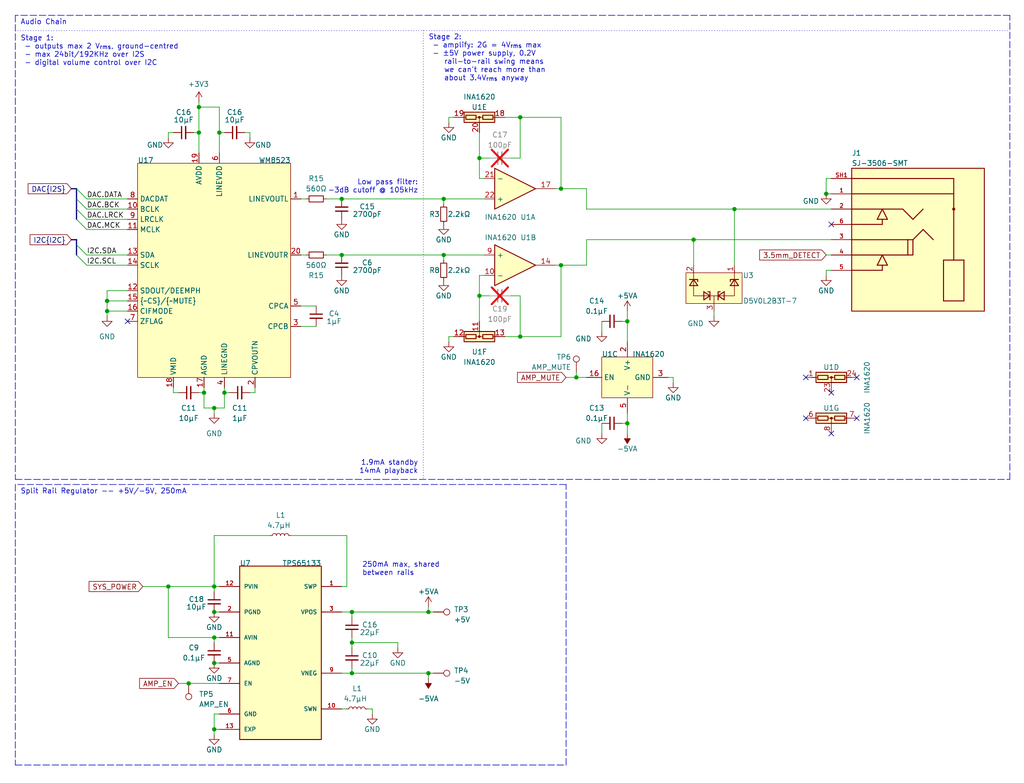
<source format=kicad_sch>
(kicad_sch (version 20231120) (generator "eeschema") (generator_version "8.0")
  (paper "User" 254.991 194.996)
  (title_block (title "TANGARA") (date "2024-06-21") (rev "4") (company "made by jacqueline") (comment 1 "SPDX-License-Identifier: CERN-OHL-S-2.0"))
  (lib_symbols
    (symbol "Connector:TestPoint" (pin_numbers hide) (pin_names (offset 0.762) hide)
      (property "Reference" "TP" (at 0 6.858 0))
      (property "Value" "TestPoint" (at 0 5.08 0))
      (symbol "TestPoint_0_1"
        (circle (center 0 3.302) (radius 0.762))
      )
      (symbol "TestPoint_1_1"
        (pin passive line (at 0 0 90) (length 2.54) (name "1") (number "1"))
      )
    )
    (symbol "Device:C_Small" (pin_numbers hide) (pin_names (offset 0.254) hide)
      (property "Reference" "C" (at 0.254 1.778 0))
      (property "Value" "C_Small" (at 0.254 -2.032 0))
      (symbol "C_Small_0_1"
        (polyline (pts (xy -1.524 -0.508) (xy 1.524 -0.508)) (stroke (width 0.3302)))
        (polyline (pts (xy -1.524 0.508) (xy 1.524 0.508)) (stroke (width 0.3048)))
      )
      (symbol "C_Small_1_1"
        (pin passive line (at 0 2.54 270) (length 2.032) (name "~") (number "1"))
        (pin passive line (at 0 -2.54 90) (length 2.032) (name "~") (number "2"))
      )
    )
    (symbol "Device:L_Small" (pin_numbers hide) (pin_names (offset 0.254) hide)
      (property "Reference" "L" (at 0.762 1.016 0))
      (property "Value" "L_Small" (at 0.762 -1.016 0))
      (symbol "L_Small_0_1"
        (arc (start 0 -2.032) (mid 0.5058 -1.524) (end 0 -1.016))
        (arc (start 0 -1.016) (mid 0.5058 -0.508) (end 0 0))
        (arc (start 0 0) (mid 0.5058 0.508) (end 0 1.016))
        (arc (start 0 1.016) (mid 0.5058 1.524) (end 0 2.032))
      )
      (symbol "L_Small_1_1"
        (pin passive line (at 0 2.54 270) (length 0.508) (name "~") (number "1"))
        (pin passive line (at 0 -2.54 90) (length 0.508) (name "~") (number "2"))
      )
    )
    (symbol "Device:R_Small" (pin_numbers hide) (pin_names (offset 0.254) hide)
      (property "Reference" "R" (at 0.762 0.508 0))
      (property "Value" "R_Small" (at 0.762 -1.016 0))
      (symbol "R_Small_0_1"
        (rectangle (start -0.762 1.778) (end 0.762 -1.778) (stroke (width 0.2032)))
      )
      (symbol "R_Small_1_1"
        (pin passive line (at 0 2.54 270) (length 0.762) (name "~") (number "1"))
        (pin passive line (at 0 -2.54 90) (length 0.762) (name "~") (number "2"))
      )
    )
    (symbol "power:+3V3" (power) (pin_names (offset 0))
      (property "Value" "+3V3" (at 0 3.556 0))
      (symbol "+3V3_0_1"
        (polyline (pts (xy -0.762 1.27) (xy 0 2.54)))
        (polyline (pts (xy 0 0) (xy 0 2.54)))
        (polyline (pts (xy 0 2.54) (xy 0.762 1.27)))
      )
      (symbol "+3V3_1_1"
        (pin power_in line (at 0 0 90) (length 0) hide (name "+3V3") (number "1"))
      )
    )
    (symbol "power:+5VA" (power) (pin_names (offset 0))
      (property "Value" "+5VA" (at 0 3.556 0))
      (symbol "+5VA_0_1"
        (polyline (pts (xy -0.762 1.27) (xy 0 2.54)))
        (polyline (pts (xy 0 0) (xy 0 2.54)))
        (polyline (pts (xy 0 2.54) (xy 0.762 1.27)))
      )
      (symbol "+5VA_1_1"
        (pin power_in line (at 0 0 90) (length 0) hide (name "+5VA") (number "1"))
      )
    )
    (symbol "power:-5VA" (power) (pin_names (offset 0))
      (property "Value" "-5VA" (at 0 3.81 0))
      (symbol "-5VA_0_0"
        (pin power_in line (at 0 0 90) (length 0) hide (name "-5VA") (number "1"))
      )
      (symbol "-5VA_0_1"
        (polyline (pts (xy 0 0) (xy 0 1.27) (xy 0.762 1.27) (xy 0 2.54) (xy -0.762 1.27) (xy 0 1.27)) (fill (type outline)))
      )
    )
    (symbol "power:GND" (power) (pin_names (offset 0))
      (property "Value" "GND" (at 0 -3.81 0))
      (symbol "GND_0_1"
        (polyline (pts (xy 0 0) (xy 0 -1.27) (xy 1.27 -1.27) (xy 0 -2.54) (xy -1.27 -1.27) (xy 0 -1.27)))
      )
      (symbol "GND_1_1"
        (pin power_in line (at 0 0 270) (length 0) hide (name "GND") (number "1"))
      )
    )
    (symbol "symbols:D5V0L2B3T-7"
      (property "Reference" "U" (at -0.635 4.445 0))
      (symbol "D5V0L2B3T-7_0_1"
        (polyline (pts (xy 0 -4.445) (xy 0 -2.54)))
        (polyline (pts (xy -5.08 3.81) (xy -5.08 -2.54) (xy 0 -2.54)))
        (polyline (pts (xy -4.064 1.016) (xy -4.064 1.524) (xy -6.096 1.524)) (stroke (width 0.254)))
        (polyline (pts (xy -1.524 -1.524) (xy -1.016 -1.524) (xy -1.016 -3.556)) (stroke (width 0.254)))
        (polyline (pts (xy 1.524 -1.524) (xy 1.016 -1.524) (xy 1.016 -3.556)) (stroke (width 0.254)))
        (polyline (pts (xy 4.064 1.016) (xy 4.064 1.524) (xy 6.096 1.524)) (stroke (width 0.254)))
        (polyline (pts (xy 5.08 3.81) (xy 5.08 -2.54) (xy 0 -2.54)))
        (polyline (pts (xy -4.064 0) (xy -5.08 1.524) (xy -6.096 0) (xy -4.064 0)) (stroke (width 0.254)))
        (polyline (pts (xy -2.54 -1.524) (xy -1.016 -2.54) (xy -2.54 -3.556) (xy -2.54 -1.524)) (stroke (width 0.254)))
        (polyline (pts (xy 2.54 -1.524) (xy 1.016 -2.54) (xy 2.54 -3.556) (xy 2.54 -1.524)) (stroke (width 0.254)))
        (polyline (pts (xy 4.064 0) (xy 5.08 1.524) (xy 6.096 0) (xy 4.064 0)) (stroke (width 0.254)))
      )
      (symbol "D5V0L2B3T-7_1_1"
        (rectangle (start -6.985 3.175) (end 6.985 -4.445) (fill (type background)))
        (pin passive line (at -5.08 5.08 270) (length 1.778) (name "") (number "1"))
        (pin passive line (at 5.08 5.08 270) (length 1.778) (name "") (number "2"))
        (pin passive line (at 0 -6.35 90) (length 1.778) (name "") (number "3"))
      )
    )
    (symbol "symbols:INA1620"
      (property "Reference" "U" (at -3.81 7.62 0))
      (symbol "INA1620_1_1"
        (polyline (pts (xy 6.35 0) (xy -3.81 5.08) (xy -3.81 -5.08) (xy 6.35 0)) (stroke (width 0.254)) (fill (type background)))
        (pin output line (at 11.43 0 180) (length 5.08) (name "") (number "17"))
        (pin input line (at -6.35 -2.54 0) (length 2.54) (name "-") (number "21"))
        (pin input line (at -6.35 2.54 0) (length 2.54) (name "+") (number "22"))
      )
      (symbol "INA1620_2_1"
        (polyline (pts (xy 6.35 0) (xy -3.81 5.08) (xy -3.81 -5.08) (xy 6.35 0)) (stroke (width 0.254)) (fill (type background)))
        (pin input line (at -6.35 -2.54 0) (length 2.54) (name "-") (number "10"))
        (pin output line (at 11.43 0 180) (length 5.08) (name "") (number "14"))
        (pin input line (at -6.35 2.54 0) (length 2.54) (name "+") (number "9"))
      )
      (symbol "INA1620_3_1"
        (rectangle (start -6.35 5.08) (end 6.35 -5.08) (fill (type background)))
        (pin no_connect line (at -6.35 1.27 0) (length 3.81) hide (name "NC") (number "15"))
        (pin power_in line (at -10.16 0 0) (length 3.81) (name "EN") (number "16"))
        (pin power_in line (at 0 8.89 270) (length 3.81) (name "V+") (number "2"))
        (pin power_in line (at 0 -8.89 90) (length 3.81) hide (name "EP") (number "25"))
        (pin power_in line (at 10.16 0 180) (length 3.81) (name "GND") (number "3"))
        (pin no_connect line (at -6.35 -1.27 0) (length 3.81) hide (name "NC") (number "4"))
        (pin power_in line (at 0 -8.89 90) (length 3.81) (name "V-") (number "5"))
      )
      (symbol "INA1620_4_1"
        (rectangle (start -1.27 3.81) (end 1.27 -3.81) (stroke (width 0.254)) (fill (type background)))
        (rectangle (start -0.508 -0.8382) (end 0.508 -3.3782) (stroke (width 0.254)))
        (rectangle (start -0.508 3.3782) (end 0.508 0.8382) (stroke (width 0.254)))
        (polyline (pts (xy 0 -5.08) (xy 0 -3.429)))
        (polyline (pts (xy 0 0.889) (xy 0 -0.889)))
        (polyline (pts (xy 0 5.08) (xy 0 3.3782)))
        (polyline (pts (xy 1.27 0) (xy 0 0)))
        (circle (center 0 0.0254) (radius 0.254) (fill (type outline)))
        (pin passive line (at 0 -6.35 90) (length 2.54) (name "~") (number "1"))
        (pin passive line (at 3.81 0 180) (length 2.54) (name "~") (number "23"))
        (pin passive line (at 0 6.35 270) (length 2.54) (name "") (number "24"))
      )
      (symbol "INA1620_5_1"
        (rectangle (start -1.27 3.81) (end 1.27 -3.81) (stroke (width 0.254)) (fill (type background)))
        (rectangle (start -0.508 -0.8382) (end 0.508 -3.3782) (stroke (width 0.254)))
        (rectangle (start -0.508 3.3782) (end 0.508 0.8382) (stroke (width 0.254)))
        (polyline (pts (xy 0 -5.08) (xy 0 -3.429)))
        (polyline (pts (xy 0 0.889) (xy 0 -0.889)))
        (polyline (pts (xy 0 5.08) (xy 0 3.3782)))
        (polyline (pts (xy 1.27 0) (xy 0 0)))
        (circle (center 0 0.0254) (radius 0.254) (fill (type outline)))
        (pin passive line (at 0 -6.35 90) (length 2.54) (name "~") (number "18"))
        (pin passive line (at 0 6.35 270) (length 2.54) (name "~") (number "19"))
        (pin passive line (at 3.81 0 180) (length 2.54) (name "~") (number "20"))
      )
      (symbol "INA1620_6_1"
        (rectangle (start -1.27 3.81) (end 1.27 -3.81) (stroke (width 0.254)) (fill (type background)))
        (rectangle (start -0.508 -0.8382) (end 0.508 -3.3782) (stroke (width 0.254)))
        (rectangle (start -0.508 3.3782) (end 0.508 0.8382) (stroke (width 0.254)))
        (polyline (pts (xy 0 -5.08) (xy 0 -3.429)))
        (polyline (pts (xy 0 0.889) (xy 0 -0.889)))
        (polyline (pts (xy 0 5.08) (xy 0 3.3782)))
        (polyline (pts (xy 1.27 0) (xy 0 0)))
        (circle (center 0 0.0254) (radius 0.254) (fill (type outline)))
        (pin passive line (at 3.81 0 180) (length 2.54) (name "~") (number "11"))
        (pin passive line (at 0 6.35 270) (length 2.54) (name "~") (number "12"))
        (pin passive line (at 0 -6.35 90) (length 2.54) (name "~") (number "13"))
      )
      (symbol "INA1620_7_1"
        (rectangle (start -1.27 3.81) (end 1.27 -3.81) (stroke (width 0.254)) (fill (type background)))
        (rectangle (start -0.508 -0.8382) (end 0.508 -3.3782) (stroke (width 0.254)))
        (rectangle (start -0.508 3.3782) (end 0.508 0.8382) (stroke (width 0.254)))
        (polyline (pts (xy 0 -5.08) (xy 0 -3.429)))
        (polyline (pts (xy 0 0.889) (xy 0 -0.889)))
        (polyline (pts (xy 0 5.08) (xy 0 3.3782)))
        (polyline (pts (xy 1.27 0) (xy 0 0)))
        (circle (center 0 0.0254) (radius 0.254) (fill (type outline)))
        (pin passive line (at 0 -6.35 90) (length 2.54) (name "~") (number "6"))
        (pin passive line (at 0 6.35 270) (length 2.54) (name "~") (number "7"))
        (pin passive line (at 3.81 0 180) (length 2.54) (name "~") (number "8"))
      )
    )
    (symbol "symbols:SJ-3506-SMT" (pin_names (offset 1.016))
      (property "Reference" "J" (at -17.783 17.7838 0))
      (property "Value" "SJ-3506-SMT" (at -17.7835 -25.4051 0))
      (symbol "SJ-3506-SMT_0_0"
        (rectangle (start -17.78 17.78) (end 15.24 -17.78) (stroke (width 0.254)) (fill (type background)))
        (circle (center -10.16 7.62) (radius 0.254) (stroke (width 0.254)))
        (polyline (pts (xy -12.7 -15.24) (xy -7.62 -15.24)) (stroke (width 0.254)))
        (polyline (pts (xy -12.7 -5.08) (xy -12.7 -15.24)) (stroke (width 0.254)))
        (polyline (pts (xy -10.16 -5.08) (xy -12.7 -5.08)) (stroke (width 0.254)))
        (polyline (pts (xy -10.16 -5.08) (xy -10.16 7.62)) (stroke (width 0.254)))
        (polyline (pts (xy -10.16 7.62) (xy -10.16 15.24)) (stroke (width 0.254)))
        (polyline (pts (xy -10.16 11.43) (xy 15.24 11.43)) (stroke (width 0.254)))
        (polyline (pts (xy -10.16 15.24) (xy 15.24 15.24)) (stroke (width 0.254)))
        (polyline (pts (xy -7.62 -15.24) (xy -7.62 -5.08)) (stroke (width 0.254)))
        (polyline (pts (xy -7.62 -5.08) (xy -10.16 -5.08)) (stroke (width 0.254)))
        (polyline (pts (xy -5.08 0) (xy -2.54 2.54)) (stroke (width 0.254)))
        (polyline (pts (xy -2.54 2.54) (xy 0 0)) (stroke (width 0.254)))
        (polyline (pts (xy -2.54 7.62) (xy 0 5.08)) (stroke (width 0.254)))
        (polyline (pts (xy 0 -3.81) (xy 1.27 -3.81)) (stroke (width 0.254)))
        (polyline (pts (xy 0 0) (xy 0 -3.81)) (stroke (width 0.254)))
        (polyline (pts (xy 0 0) (xy 1.27 0)) (stroke (width 0.254)))
        (polyline (pts (xy 0 5.08) (xy 2.54 7.62)) (stroke (width 0.254)))
        (polyline (pts (xy 1.27 -3.81) (xy 15.24 -3.81)) (stroke (width 0.254)))
        (polyline (pts (xy 1.27 0) (xy 1.27 -3.81)) (stroke (width 0.254)))
        (polyline (pts (xy 1.27 0) (xy 15.24 0)) (stroke (width 0.254)))
        (polyline (pts (xy 2.54 7.62) (xy 7.62 7.62)) (stroke (width 0.254)))
        (polyline (pts (xy 6.35 -6.35) (xy 8.89 -6.35)) (stroke (width 0.254)))
        (polyline (pts (xy 6.35 5.08) (xy 8.89 5.08)) (stroke (width 0.254)))
        (polyline (pts (xy 7.62 -7.62) (xy 7.62 -6.35)) (stroke (width 0.254)))
        (polyline (pts (xy 7.62 -7.62) (xy 15.24 -7.62)) (stroke (width 0.254)))
        (polyline (pts (xy 7.62 -3.81) (xy 6.35 -6.35)) (stroke (width 0.254)))
        (polyline (pts (xy 7.62 3.81) (xy 15.24 3.81)) (stroke (width 0.254)))
        (polyline (pts (xy 7.62 5.08) (xy 7.62 3.81)) (stroke (width 0.254)))
        (polyline (pts (xy 7.62 7.62) (xy 6.35 5.08)) (stroke (width 0.254)))
        (polyline (pts (xy 7.62 7.62) (xy 15.24 7.62)) (stroke (width 0.254)))
        (polyline (pts (xy 8.89 -6.35) (xy 7.62 -3.81)) (stroke (width 0.254)))
        (polyline (pts (xy 8.89 5.08) (xy 7.62 7.62)) (stroke (width 0.254)))
        (pin passive line (at 20.32 11.43 180) (length 5.08) (name "~") (number "1"))
        (pin passive line (at 20.32 7.62 180) (length 5.08) (name "~") (number "2"))
        (pin passive line (at 20.32 0 180) (length 5.08) (name "~") (number "3"))
        (pin passive line (at 20.32 -3.81 180) (length 5.08) (name "~") (number "4"))
        (pin passive line (at 20.32 -7.62 180) (length 5.08) (name "~") (number "5"))
        (pin passive line (at 20.32 3.81 180) (length 5.08) (name "~") (number "6"))
        (pin passive line (at 20.32 15.24 180) (length 5.08) (name "~") (number "SH1"))
        (pin passive line (at 20.32 15.24 180) (length 5.08) hide (name "~") (number "SH2"))
      )
    )
    (symbol "symbols:TPS65135RTER" (pin_names (offset 1.016))
      (property "Reference" "U" (at -10.16 23.622 0))
      (property "Value" "TPS65135RTER" (at -10.16 -22.86 0))
      (symbol "TPS65135RTER_0_0"
        (rectangle (start -10.16 22.86) (end 10.16 -20.32) (stroke (width 0.254)) (fill (type background)))
        (pin bidirectional line (at 15.24 17.78 180) (length 5.08) (name "SWP") (number "1"))
        (pin bidirectional line (at 15.24 -12.7 180) (length 5.08) (name "SWN") (number "10"))
        (pin bidirectional line (at -15.24 5.08 0) (length 5.08) (name "AVIN") (number "11"))
        (pin bidirectional line (at -15.24 17.78 0) (length 5.08) (name "PVIN") (number "12"))
        (pin power_in line (at -15.24 -17.78 0) (length 5.08) (name "EXP") (number "13"))
        (pin power_in line (at -15.24 11.43 0) (length 5.08) (name "PGND") (number "2"))
        (pin output line (at 15.24 11.43 180) (length 5.08) (name "VPOS") (number "3"))
        (pin power_in line (at -15.24 -13.97 0) (length 5.08) hide (name "GND") (number "4"))
        (pin input line (at -15.24 -1.27 0) (length 5.08) (name "AGND") (number "5"))
        (pin power_in line (at -15.24 -13.97 0) (length 5.08) (name "GND") (number "6"))
        (pin input line (at -15.24 -6.35 0) (length 5.08) (name "EN") (number "7"))
        (pin output line (at -15.24 -13.97 0) (length 5.08) hide (name "GND") (number "8"))
        (pin output line (at 15.24 -3.81 180) (length 5.08) (name "VNEG") (number "9"))
      )
    )
    (symbol "symbols:WM8523"
      (property "Reference" "U" (at -3.81 5.08 0))
      (symbol "WM8523_0_0"
        (pin output line (at 21.59 16.51 180) (length 2.54) (name "LINEVOUTL") (number "1"))
        (pin output line (at -21.59 13.97 0) (length 2.54) (name "BCLK") (number "10"))
        (pin output line (at -21.59 8.89 0) (length 2.54) (name "MCLK") (number "11"))
        (pin output line (at -21.59 -6.35 0) (length 2.54) (name "SDOUT/DEEMPH") (number "12"))
        (pin output line (at -21.59 2.54 0) (length 2.54) (name "SDA") (number "13"))
        (pin output line (at -21.59 0 0) (length 2.54) (name "SCLK") (number "14"))
        (pin output line (at -21.59 -8.89 0) (length 2.54) (name "{~CS}/{~MUTE}") (number "15"))
        (pin output line (at -21.59 -11.43 0) (length 2.54) (name "CIFMODE") (number "16"))
        (pin output line (at -2.54 -30.48 90) (length 2.54) (name "AGND") (number "17"))
        (pin output line (at -10.16 -30.48 90) (length 2.54) (name "VMID") (number "18"))
        (pin output line (at -3.81 27.94 270) (length 2.54) (name "AVDD") (number "19"))
        (pin output line (at 10.16 -30.48 90) (length 2.54) (name "CPVOUTN") (number "2"))
        (pin output line (at 21.59 2.54 180) (length 2.54) (name "LINEVOUTR") (number "20"))
        (pin output line (at 21.59 -15.24 180) (length 2.54) (name "CPCB") (number "3"))
        (pin output line (at 2.54 -30.48 90) (length 2.54) (name "LINEGND") (number "4"))
        (pin output line (at 21.59 -10.16 180) (length 2.54) (name "CPCA") (number "5"))
        (pin output line (at 1.27 27.94 270) (length 2.54) (name "LINEVDD") (number "6"))
        (pin output line (at -21.59 -13.97 0) (length 2.54) (name "ZFLAG") (number "7"))
        (pin output line (at -21.59 16.51 0) (length 2.54) (name "DACDAT") (number "8"))
        (pin output line (at -21.59 11.43 0) (length 2.54) (name "LRCLK") (number "9"))
      )
      (symbol "WM8523_0_1"
        (rectangle (start -19.05 25.4) (end 19.05 -27.94) (fill (type background)))
      )
    )
  )
  (junction (at 106.68 167.64))
  (junction (at 110.49 63.5))
  (junction (at 49.53 26.67))
  (junction (at 139.7 66.04))
  (junction (at 26.67 74.93))
  (junction (at 55.88 97.79))
  (junction (at 41.91 146.05))
  (junction (at 53.34 181.61))
  (junction (at 85.09 49.53))
  (junction (at 110.49 49.53))
  (junction (at 172.72 59.69))
  (junction (at 87.63 167.64))
  (junction (at 53.34 165.1))
  (junction (at 53.34 152.4))
  (junction (at 156.21 80.01))
  (junction (at 85.09 63.5))
  (junction (at 53.34 158.75))
  (junction (at 156.21 105.41))
  (junction (at 54.61 33.02))
  (junction (at 106.68 152.4))
  (junction (at 46.99 170.18))
  (junction (at 49.53 33.02))
  (junction (at 143.51 93.98))
  (junction (at 87.63 152.4))
  (junction (at 87.63 160.02))
  (junction (at 53.34 101.6))
  (junction (at 53.34 146.05))
  (junction (at 50.8 97.79))
  (junction (at 139.7 46.99))
  (junction (at 129.54 83.82))
  (junction (at 129.54 29.21))
  (junction (at 119.38 73.66))
  (junction (at 182.88 52.07))
  (junction (at 119.38 39.37))
  (junction (at 26.67 77.47))
  (junction (at 205.74 48.26))
  (no_connect (at 213.36 93.98))
  (no_connect (at 31.75 80.01))
  (no_connect (at 200.66 93.98))
  (no_connect (at 213.36 104.14))
  (no_connect (at 200.66 104.14))
  (no_connect (at 207.01 55.88))
  (no_connect (at 207.01 107.95))
  (no_connect (at 207.01 97.79))
  (bus_entry (at 19.05 46.99) (size 2.54 2.54))
  (bus_entry (at 19.05 54.61) (size 2.54 2.54))
  (bus_entry (at 21.59 66.04) (size -2.54 -2.54))
  (bus_entry (at 19.05 52.07) (size 2.54 2.54))
  (bus_entry (at 19.05 49.53) (size 2.54 2.54))
  (bus_entry (at 21.59 63.5) (size -2.54 -2.54))
  (wire (pts (xy 85.09 146.05) (xy 86.36 146.05)))
  (polyline (pts (xy 3.81 7.62) (xy 251.46 7.62)) (stroke (width 0) (type dot)))
  (bus (pts (xy 19.05 49.53) (xy 19.05 52.07)))
  (wire (pts (xy 139.7 83.82) (xy 139.7 66.04)))
  (wire (pts (xy 49.53 26.67) (xy 49.53 33.02)))
  (wire (pts (xy 63.5 97.79) (xy 62.23 97.79)))
  (polyline (pts (xy 251.46 3.81) (xy 3.81 3.81)) (stroke (width 0) (type dash)))
  (polyline (pts (xy 251.46 119.38) (xy 251.46 3.81)) (stroke (width 0) (type dash)))
  (wire (pts (xy 138.43 66.04) (xy 139.7 66.04)))
  (wire (pts (xy 138.43 46.99) (xy 139.7 46.99)))
  (wire (pts (xy 119.38 33.02) (xy 119.38 39.37)))
  (wire (pts (xy 110.49 63.5) (xy 110.49 64.77)))
  (wire (pts (xy 74.93 76.2) (xy 78.74 76.2)))
  (wire (pts (xy 119.38 73.66) (xy 119.38 80.01)))
  (polyline (pts (xy 105.41 7.62) (xy 105.41 119.38)) (stroke (width 0) (type dot)))
  (wire (pts (xy 21.59 63.5) (xy 31.75 63.5)))
  (wire (pts (xy 53.34 133.35) (xy 67.31 133.35)))
  (wire (pts (xy 86.36 176.53) (xy 85.09 176.53)))
  (wire (pts (xy 43.18 97.79) (xy 44.45 97.79)))
  (wire (pts (xy 74.93 49.53) (xy 76.2 49.53)))
  (wire (pts (xy 129.54 73.66) (xy 129.54 83.82)))
  (wire (pts (xy 167.64 93.98) (xy 166.37 93.98)))
  (wire (pts (xy 54.61 26.67) (xy 49.53 26.67)))
  (wire (pts (xy 41.91 158.75) (xy 41.91 146.05)))
  (wire (pts (xy 143.51 93.98) (xy 146.05 93.98)))
  (wire (pts (xy 205.74 63.5) (xy 207.01 63.5)))
  (wire (pts (xy 119.38 68.58) (xy 120.65 68.58)))
  (wire (pts (xy 205.74 44.45) (xy 205.74 48.26)))
  (wire (pts (xy 26.67 74.93) (xy 26.67 77.47)))
  (wire (pts (xy 156.21 102.87) (xy 156.21 105.41)))
  (wire (pts (xy 31.75 72.39) (xy 26.67 72.39)))
  (wire (pts (xy 146.05 46.99) (xy 139.7 46.99)))
  (wire (pts (xy 43.18 96.52) (xy 43.18 97.79)))
  (wire (pts (xy 92.71 176.53) (xy 92.71 177.8)))
  (wire (pts (xy 46.99 170.18) (xy 54.61 170.18)))
  (wire (pts (xy 53.34 147.32) (xy 53.34 146.05)))
  (wire (pts (xy 49.53 33.02) (xy 49.53 38.1)))
  (wire (pts (xy 127 39.37) (xy 129.54 39.37)))
  (wire (pts (xy 86.36 146.05) (xy 86.36 133.35)))
  (wire (pts (xy 21.59 49.53) (xy 31.75 49.53)))
  (wire (pts (xy 87.63 152.4) (xy 87.63 153.67)))
  (polyline (pts (xy 140.97 120.65) (xy 3.81 120.65)) (stroke (width 0) (type dash)))
  (wire (pts (xy 53.34 182.88) (xy 53.34 181.61)))
  (wire (pts (xy 119.38 39.37) (xy 121.92 39.37)))
  (wire (pts (xy 106.68 167.64) (xy 87.63 167.64)))
  (wire (pts (xy 49.53 25.4) (xy 49.53 26.67)))
  (wire (pts (xy 139.7 66.04) (xy 146.05 66.04)))
  (bus (pts (xy 17.78 59.69) (xy 19.05 59.69)))
  (wire (pts (xy 50.8 97.79) (xy 49.53 97.79)))
  (wire (pts (xy 119.38 39.37) (xy 119.38 44.45)))
  (wire (pts (xy 53.34 146.05) (xy 53.34 133.35)))
  (wire (pts (xy 154.94 105.41) (xy 156.21 105.41)))
  (wire (pts (xy 43.18 33.02) (xy 41.91 33.02)))
  (wire (pts (xy 113.03 83.82) (xy 111.76 83.82)))
  (wire (pts (xy 50.8 101.6) (xy 50.8 97.79)))
  (wire (pts (xy 62.23 33.02) (xy 60.96 33.02)))
  (wire (pts (xy 55.88 101.6) (xy 53.34 101.6)))
  (wire (pts (xy 87.63 160.02) (xy 87.63 161.29)))
  (wire (pts (xy 106.68 151.13) (xy 106.68 152.4)))
  (wire (pts (xy 50.8 96.52) (xy 50.8 97.79)))
  (wire (pts (xy 177.8 77.47) (xy 177.8 78.74)))
  (wire (pts (xy 55.88 97.79) (xy 57.15 97.79)))
  (wire (pts (xy 125.73 29.21) (xy 129.54 29.21)))
  (wire (pts (xy 62.23 34.29) (xy 62.23 33.02)))
  (wire (pts (xy 87.63 152.4) (xy 106.68 152.4)))
  (wire (pts (xy 55.88 97.79) (xy 55.88 101.6)))
  (wire (pts (xy 172.72 59.69) (xy 207.01 59.69)))
  (wire (pts (xy 85.09 152.4) (xy 87.63 152.4)))
  (wire (pts (xy 21.59 66.04) (xy 31.75 66.04)))
  (wire (pts (xy 140.97 93.98) (xy 143.51 93.98)))
  (wire (pts (xy 205.74 67.31) (xy 207.01 67.31)))
  (wire (pts (xy 129.54 83.82) (xy 139.7 83.82)))
  (wire (pts (xy 53.34 181.61) (xy 54.61 181.61)))
  (wire (pts (xy 53.34 101.6) (xy 50.8 101.6)))
  (wire (pts (xy 143.51 92.71) (xy 143.51 93.98)))
  (wire (pts (xy 182.88 52.07) (xy 182.88 66.04)))
  (wire (pts (xy 87.63 158.75) (xy 87.63 160.02)))
  (wire (pts (xy 182.88 52.07) (xy 207.01 52.07)))
  (wire (pts (xy 35.56 146.05) (xy 41.91 146.05)))
  (polyline (pts (xy 3.81 3.81) (xy 3.81 119.38)) (stroke (width 0) (type dash)))
  (wire (pts (xy 205.74 67.31) (xy 205.74 68.58)))
  (wire (pts (xy 146.05 52.07) (xy 146.05 46.99)))
  (bus (pts (xy 17.78 46.99) (xy 19.05 46.99)))
  (polyline (pts (xy 140.97 190.5) (xy 140.97 120.65)) (stroke (width 0) (type dash)))
  (wire (pts (xy 207.01 48.26) (xy 205.74 48.26)))
  (wire (pts (xy 172.72 59.69) (xy 172.72 66.04)))
  (wire (pts (xy 21.59 57.15) (xy 31.75 57.15)))
  (wire (pts (xy 154.94 80.01) (xy 156.21 80.01)))
  (wire (pts (xy 110.49 49.53) (xy 110.49 50.8)))
  (wire (pts (xy 53.34 101.6) (xy 53.34 102.87)))
  (wire (pts (xy 55.88 96.52) (xy 55.88 97.79)))
  (bus (pts (xy 19.05 52.07) (xy 19.05 54.61)))
  (wire (pts (xy 41.91 33.02) (xy 41.91 34.29)))
  (wire (pts (xy 127 73.66) (xy 129.54 73.66)))
  (bus (pts (xy 19.05 60.96) (xy 19.05 63.5)))
  (wire (pts (xy 85.09 49.53) (xy 110.49 49.53)))
  (wire (pts (xy 54.61 33.02) (xy 54.61 38.1)))
  (wire (pts (xy 99.06 160.02) (xy 87.63 160.02)))
  (wire (pts (xy 21.59 52.07) (xy 31.75 52.07)))
  (polyline (pts (xy 3.81 120.65) (xy 3.81 190.5)) (stroke (width 0) (type dash)))
  (wire (pts (xy 44.45 170.18) (xy 46.99 170.18)))
  (wire (pts (xy 85.09 167.64) (xy 87.63 167.64)))
  (wire (pts (xy 119.38 73.66) (xy 121.92 73.66)))
  (wire (pts (xy 110.49 49.53) (xy 120.65 49.53)))
  (polyline (pts (xy 3.81 190.5) (xy 140.97 190.5)) (stroke (width 0) (type dash)))
  (wire (pts (xy 167.64 95.25) (xy 167.64 93.98)))
  (wire (pts (xy 53.34 165.1) (xy 54.61 165.1)))
  (wire (pts (xy 110.49 63.5) (xy 120.65 63.5)))
  (wire (pts (xy 53.34 158.75) (xy 54.61 158.75)))
  (wire (pts (xy 53.34 152.4) (xy 54.61 152.4)))
  (wire (pts (xy 85.09 63.5) (xy 110.49 63.5)))
  (wire (pts (xy 63.5 96.52) (xy 63.5 97.79)))
  (wire (pts (xy 106.68 168.91) (xy 106.68 167.64)))
  (wire (pts (xy 86.36 133.35) (xy 72.39 133.35)))
  (wire (pts (xy 111.76 29.21) (xy 111.76 30.48)))
  (wire (pts (xy 53.34 146.05) (xy 54.61 146.05)))
  (wire (pts (xy 87.63 166.37) (xy 87.63 167.64)))
  (wire (pts (xy 146.05 52.07) (xy 182.88 52.07)))
  (wire (pts (xy 81.28 63.5) (xy 85.09 63.5)))
  (wire (pts (xy 129.54 29.21) (xy 139.7 29.21)))
  (wire (pts (xy 26.67 77.47) (xy 26.67 78.74)))
  (wire (pts (xy 81.28 49.53) (xy 85.09 49.53)))
  (wire (pts (xy 146.05 59.69) (xy 146.05 66.04)))
  (wire (pts (xy 113.03 29.21) (xy 111.76 29.21)))
  (bus (pts (xy 19.05 46.99) (xy 19.05 49.53)))
  (wire (pts (xy 91.44 176.53) (xy 92.71 176.53)))
  (wire (pts (xy 31.75 77.47) (xy 26.67 77.47)))
  (wire (pts (xy 119.38 73.66) (xy 119.38 68.58)))
  (wire (pts (xy 129.54 29.21) (xy 129.54 39.37)))
  (wire (pts (xy 106.68 152.4) (xy 107.95 152.4)))
  (wire (pts (xy 53.34 158.75) (xy 41.91 158.75)))
  (wire (pts (xy 156.21 77.47) (xy 156.21 80.01)))
  (wire (pts (xy 41.91 146.05) (xy 53.34 146.05)))
  (wire (pts (xy 99.06 161.29) (xy 99.06 160.02)))
  (wire (pts (xy 55.88 33.02) (xy 54.61 33.02)))
  (wire (pts (xy 54.61 177.8) (xy 53.34 177.8)))
  (wire (pts (xy 53.34 160.02) (xy 53.34 158.75)))
  (wire (pts (xy 111.76 83.82) (xy 111.76 85.09)))
  (wire (pts (xy 156.21 80.01) (xy 156.21 85.09)))
  (wire (pts (xy 120.65 44.45) (xy 119.38 44.45)))
  (wire (pts (xy 74.93 63.5) (xy 76.2 63.5)))
  (wire (pts (xy 146.05 59.69) (xy 172.72 59.69)))
  (wire (pts (xy 139.7 29.21) (xy 139.7 46.99)))
  (wire (pts (xy 125.73 83.82) (xy 129.54 83.82)))
  (wire (pts (xy 74.93 81.28) (xy 78.74 81.28)))
  (wire (pts (xy 48.26 33.02) (xy 49.53 33.02)))
  (wire (pts (xy 31.75 74.93) (xy 26.67 74.93)))
  (wire (pts (xy 106.68 167.64) (xy 107.95 167.64)))
  (wire (pts (xy 205.74 44.45) (xy 207.01 44.45)))
  (wire (pts (xy 21.59 54.61) (xy 31.75 54.61)))
  (wire (pts (xy 149.86 80.01) (xy 149.86 82.55)))
  (wire (pts (xy 156.21 105.41) (xy 156.21 107.95)))
  (wire (pts (xy 26.67 72.39) (xy 26.67 74.93)))
  (polyline (pts (xy 3.81 119.38) (xy 251.46 119.38)) (stroke (width 0) (type dash)))
  (wire (pts (xy 54.61 33.02) (xy 54.61 26.67)))
  (wire (pts (xy 53.34 177.8) (xy 53.34 181.61)))
  (bus (pts (xy 19.05 59.69) (xy 19.05 60.96)))
  (wire (pts (xy 149.86 107.95) (xy 149.86 105.41)))
  (text "Low pass filter:\n-3dB cutoff @ 105kHz" (at 104.14 48.26 0) (effects (font (size 1.27 1.27)) (justify right bottom)))
  (text "Stage 2:\n - amplify: 2G = 4V_{rms} max\n - ±5V power supply, 0.2V\n    rail-to-rail swing means\n    we can't reach more than\n    about 3.4V_{rms} anyway" (at 106.68 20.32 0) (effects (font (size 1.27 1.27)) (justify left bottom)))
  (text "1.9mA standby\n14mA playback" (at 104.14 118.11 0) (effects (font (size 1.27 1.27)) (justify right bottom)))
  (text "Audio Chain\n" (at 5.08 6.35 0) (effects (font (size 1.27 1.27)) (justify left bottom)))
  (text "Stage 1:\n - outputs max 2 V_{rms}, ground-centred\n - max 24bit/192KHz over I2S\n - digital volume control over I2C" (at 5.08 16.51 0) (effects (font (size 1.27 1.27)) (justify left bottom)))
  (text "250mA max, shared\nbetween rails" (at 90.17 143.51 0) (effects (font (size 1.27 1.27)) (justify left bottom)))
  (text "Split Rail Regulator -- +5V/-5V, 250mA" (at 5.08 123.19 0) (effects (font (size 1.27 1.27)) (justify left bottom)))
  (label "I2C.SDA" (at 21.59 63.5 0))
  (label "DAC.MCK" (at 21.59 57.15 0))
  (label "DAC.LRCK" (at 21.59 54.61 0))
  (label "DAC.DATA" (at 21.59 49.53 0))
  (label "DAC.BCK" (at 21.59 52.07 0))
  (label "I2C.SCL" (at 21.59 66.04 0))
  (global_label "3.5mm_DETECT" (shape input) (at 205.74 63.5 180) (property "Intersheetrefs" "${INTERSHEET_REFS}" (effects (hide yes))))
  (global_label "AMP_EN" (shape input) (at 44.45 170.18 180) (property "Intersheetrefs" "${INTERSHEET_REFS}" (effects (hide yes))))
  (global_label "I2C{I2C}" (shape input) (at 17.78 59.69 180) (property "Intersheetrefs" "${INTERSHEET_REFS}" (effects (hide yes))))
  (global_label "DAC{I2S}" (shape input) (at 17.78 46.99 180) (property "Intersheetrefs" "${INTERSHEET_REFS}" (effects (hide yes))))
  (global_label "AMP_MUTE" (shape input) (at 140.97 93.98 180) (property "Intersheetrefs" "${INTERSHEET_REFS}" (effects (hide yes))))
  (global_label "SYS_POWER" (shape input) (at 35.56 146.05 180) (property "Intersheetrefs" "${INTERSHEET_REFS}" (effects (hide yes))))
  (symbol (lib_id "power:GND") (at 53.34 165.1 0) (unit 1)
    (property "Reference" "#PWR015" (effects (hide yes)))
    (property "Value" "GND" (at 53.34 168.91 0))
  )
  (symbol (lib_id "symbols:SJ-3506-SMT") (at 227.33 59.69 0) (mirror y) (unit 1)
    (property "Reference" "J1" (at 212.09 38.1 0) (effects (justify right)))
    (property "Value" "SJ-3506-SMT" (at 212.09 40.64 0) (effects (justify right)))
    (property "Footprint" "footprints:CUI_SJ-3506-SMT" (effects (hide yes)))
    (property "MPN" "SJ-3506-SMT-TR" (effects (hide yes)))
  )
  (symbol (lib_id "power:+3V3") (at 49.53 25.4 0) (unit 1)
    (property "Reference" "#PWR07" (effects (hide yes)))
    (property "Value" "+3V3" (at 52.07 20.955 0) (effects (justify right)))
  )
  (symbol (lib_id "power:GND") (at 167.64 95.25 0) (unit 1)
    (property "Reference" "#PWR038" (effects (hide yes)))
    (property "Value" "GND" (at 167.64 99.06 0))
  )
  (symbol (lib_id "symbols:INA1620") (at 156.21 93.98 0) (unit 3)
    (property "Reference" "U1" (at 149.86 88.9 0) (effects (justify left bottom)))
    (property "Value" "INA1620" (at 157.48 88.9 0) (effects (justify left bottom)))
    (property "Footprint" "Package_DFN_QFN:QFN-24-1EP_4x4mm_P0.5mm_EP2.7x2.7mm_ThermalVias" (effects (hide yes)))
    (property "MPN" "INA1620RTWR" (effects (hide yes)))
  )
  (symbol (lib_id "power:GND") (at 41.91 34.29 0) (unit 1)
    (property "Reference" "#PWR017" (effects (hide yes)))
    (property "Value" "GND" (at 40.64 36.83 0) (effects (justify right bottom)))
  )
  (symbol (lib_id "Device:C_Small") (at 124.46 73.66 90) (mirror x) (unit 1) (dnp yes)
    (property "Reference" "C19" (at 124.46 76.2 90) (effects (justify top)))
    (property "Value" "100pF" (at 124.46 78.74 90) (effects (justify top)))
    (property "Footprint" "Capacitor_SMD:C_0603_1608Metric" (effects (hide yes)))
  )
  (symbol (lib_id "Device:C_Small") (at 85.09 52.07 0) (mirror x) (unit 1)
    (property "Reference" "C15" (at 91.44 51.435 0))
    (property "Value" "2700pF" (at 91.44 53.34 0))
    (property "Footprint" "Capacitor_SMD:C_0603_1608Metric" (effects (hide yes)))
    (property "MPN" "GRM1885C1H272JA01J" (effects (hide yes)))
  )
  (symbol (lib_id "power:+5VA") (at 106.68 151.13 0) (unit 1)
    (property "Reference" "#PWR019" (effects (hide yes)))
    (property "Value" "+5VA" (at 106.68 147.32 0))
  )
  (symbol (lib_id "Device:L_Small") (at 88.9 176.53 270) (mirror x) (unit 1)
    (property "Reference" "L1" (at 90.17 171.45 90) (effects (justify right)))
    (property "Value" "4.7μH" (at 91.44 173.99 90) (effects (justify right)))
    (property "Footprint" "Inductor_SMD:L_1008_2520Metric" (effects (hide yes)))
    (property "MPN" "1239AS-H-4R7M=P2" (effects (hide yes)))
  )
  (symbol (lib_id "Device:C_Small") (at 87.63 163.83 0) (unit 1)
    (property "Reference" "C10" (at 92.075 163.195 0))
    (property "Value" "22μF" (at 92.075 165.1 0))
    (property "Footprint" "Capacitor_SMD:C_1206_3216Metric" (effects (hide yes)))
    (property "MPN" "GRM319R61C226KE15D" (effects (hide yes)))
  )
  (symbol (lib_id "symbols:WM8523") (at 53.34 66.04 0) (unit 1)
    (property "Reference" "U17" (at 34.29 40.64 0) (effects (justify left bottom)))
    (property "Value" "WM8523" (at 72.39 40.64 0) (effects (justify right bottom)))
    (property "Footprint" "Package_SO:SSOP-20_4.4x6.5mm_P0.65mm" (effects (hide yes)))
    (property "MPN" "WM8523GEDT/R" (effects (hide yes)))
  )
  (symbol (lib_id "Device:R_Small") (at 78.74 63.5 90) (mirror x) (unit 1)
    (property "Reference" "R15" (at 78.74 68.58 90))
    (property "Value" "560Ω" (at 78.74 66.04 90))
    (property "Footprint" "Resistor_SMD:R_0805_2012Metric" (effects (hide yes)))
    (property "MPN" "RR1220P-561-D" (effects (hide yes)))
  )
  (symbol (lib_id "power:GND") (at 149.86 82.55 0) (unit 1)
    (property "Reference" "#PWR037" (effects (hide yes)))
    (property "Value" "GND" (at 147.32 85.09 0) (effects (justify right bottom)))
  )
  (symbol (lib_id "Device:C_Small") (at 78.74 78.74 0) (unit 1)
    (property "Reference" "C4" (at 83.185 78.105 0))
    (property "Value" "1μF" (at 83.185 80.01 0))
    (property "Footprint" "Capacitor_SMD:C_0805_2012Metric" (effects (hide yes)))
    (property "MPN" "GRM216R61C105KA88D" (effects (hide yes)))
  )
  (symbol (lib_id "Device:R_Small") (at 110.49 67.31 180) (unit 1)
    (property "Reference" "R8" (at 108.204 67.31 0))
    (property "Value" "2.2kΩ" (at 114.3 67.31 0))
    (property "Footprint" "Resistor_SMD:R_0805_2012Metric" (effects (hide yes)))
    (property "MPN" "RR1220P-222-D" (effects (hide yes)))
  )
  (symbol (lib_id "symbols:TPS65135RTER") (at 69.85 163.83 0) (unit 1)
    (property "Reference" "U7" (at 59.69 140.97 0) (effects (justify left bottom)))
    (property "Value" "TPS65133" (at 80.01 140.97 0) (effects (justify right bottom)))
    (property "Footprint" "footprints:SON40P300X300X80-13N" (effects (hide yes)))
    (property "MPN" "TPS65133DPDR" (effects (hide yes)))
  )
  (symbol (lib_id "power:GND") (at 62.23 34.29 0) (unit 1)
    (property "Reference" "#PWR017" (effects (hide yes)))
    (property "Value" "GND" (at 63.5 36.83 0) (effects (justify left bottom)))
  )
  (symbol (lib_id "power:GND") (at 177.8 78.74 0) (unit 1)
    (property "Reference" "#PWR034" (effects (hide yes)))
    (property "Value" "GND" (at 175.26 81.28 0) (effects (justify right bottom)))
  )
  (symbol (lib_id "power:GND") (at 26.67 78.74 0) (unit 1)
    (property "Reference" "#PWR034" (effects (hide yes)))
    (property "Value" "GND" (at 26.67 83.82 0))
  )
  (symbol (lib_id "power:GND") (at 85.09 54.61 0) (unit 1)
    (property "Reference" "#PWR017" (effects (hide yes)))
    (property "Value" "GND" (at 85.09 58.42 0))
  )
  (symbol (lib_id "power:GND") (at 53.34 102.87 0) (unit 1)
    (property "Reference" "#PWR034" (effects (hide yes)))
    (property "Value" "GND" (at 53.34 107.95 0))
  )
  (symbol (lib_id "power:GND") (at 110.49 69.85 0) (unit 1)
    (property "Reference" "#PWR036" (effects (hide yes)))
    (property "Value" "GND" (at 110.49 73.66 0))
  )
  (symbol (lib_id "symbols:D5V0L2B3T-7") (at 177.8 71.12 0) (mirror y) (unit 1)
    (property "Reference" "U3" (at 187.706 68.58 0) (effects (justify left)))
    (property "Value" "D5V0L2B3T-7" (at 191.77 74.93 0))
    (property "Footprint" "Package_TO_SOT_SMD:SOT-523" (effects (hide yes)))
    (property "MPN" "D5V0L2B3T-7" (effects (hide yes)))
  )
  (symbol (lib_id "power:GND") (at 110.49 55.88 0) (unit 1)
    (property "Reference" "#PWR035" (effects (hide yes)))
    (property "Value" "GND" (at 110.49 59.69 0))
  )
  (symbol (lib_id "power:GND") (at 205.74 68.58 0) (mirror y) (unit 1)
    (property "Reference" "#PWR018" (effects (hide yes)))
    (property "Value" "GND" (at 205.74 72.39 0))
  )
  (symbol (lib_id "power:GND") (at 85.09 68.58 0) (unit 1)
    (property "Reference" "#PWR016" (effects (hide yes)))
    (property "Value" "GND" (at 85.09 72.39 0))
  )
  (symbol (lib_id "Device:L_Small") (at 69.85 133.35 270) (mirror x) (unit 1)
    (property "Reference" "L1" (at 71.12 128.27 90) (effects (justify right)))
    (property "Value" "4.7μH" (at 72.39 130.81 90) (effects (justify right)))
    (property "Footprint" "Inductor_SMD:L_1008_2520Metric" (effects (hide yes)))
    (property "MPN" "1239AS-H-4R7M=P2 " (effects (hide yes)))
  )
  (symbol (lib_id "Device:C_Small") (at 59.69 97.79 90) (unit 1)
    (property "Reference" "C11" (at 59.69 101.6 90))
    (property "Value" "1μF" (at 59.69 104.14 90))
    (property "Footprint" "Capacitor_SMD:C_0805_2012Metric" (effects (hide yes)))
    (property "MPN" "GRM216R61C105KA88D" (effects (hide yes)))
  )
  (symbol (lib_id "Device:C_Small") (at 152.4 105.41 270) (unit 1)
    (property "Reference" "C13" (at 148.59 101.6 90))
    (property "Value" "0.1μF" (at 148.59 104.14 90))
    (property "Footprint" "Capacitor_SMD:C_0603_1608Metric" (effects (hide yes)))
    (property "MPN" "GCM188R71C104KA37J" (effects (hide yes)))
  )
  (symbol (lib_id "power:GND") (at 205.74 48.26 0) (mirror y) (unit 1)
    (property "Reference" "#PWR018" (effects (hide yes)))
    (property "Value" "GND" (at 201.93 50.8 0) (effects (justify bottom)))
  )
  (symbol (lib_id "Device:C_Small") (at 46.99 97.79 90) (unit 1)
    (property "Reference" "C11" (at 46.99 101.6 90))
    (property "Value" "10μF" (at 46.99 104.14 90))
    (property "Footprint" "Capacitor_SMD:C_0805_2012Metric" (effects (hide yes)))
    (property "MPN" "GRM21BR61C106KE15K" (effects (hide yes)))
  )
  (symbol (lib_id "power:GND") (at 111.76 85.09 0) (mirror y) (unit 1)
    (property "Reference" "#PWR032" (effects (hide yes)))
    (property "Value" "GND" (at 111.76 88.9 0))
  )
  (symbol (lib_id "power:-5VA") (at 156.21 107.95 180) (unit 1)
    (property "Reference" "#PWR025" (effects (hide yes)))
    (property "Value" "-5VA" (at 156.21 111.76 0))
  )
  (symbol (lib_id "symbols:INA1620") (at 207.01 104.14 270) (unit 7)
    (property "Reference" "U1" (at 207.01 101.6 90))
    (property "Value" "INA1620" (at 215.9 104.14 0))
    (property "Footprint" "Package_DFN_QFN:QFN-24-1EP_4x4mm_P0.5mm_EP2.7x2.7mm_ThermalVias" (effects (hide yes)))
    (property "MPN" "INA1620RTWR" (effects (hide yes)))
  )
  (symbol (lib_id "power:GND") (at 53.34 152.4 0) (unit 1)
    (property "Reference" "#PWR024" (effects (hide yes)))
    (property "Value" "GND" (at 53.34 156.21 0))
  )
  (symbol (lib_id "Connector:TestPoint") (at 143.51 92.71 0) (mirror y) (unit 1) (in_bom no)
    (property "Reference" "TP6" (at 142.24 88.9 0) (effects (justify left)))
    (property "Value" "AMP_MUTE" (at 142.24 91.44 0) (effects (justify left)))
    (property "Footprint" "TestPoint:TestPoint_Pad_D1.0mm" (effects (hide yes)))
  )
  (symbol (lib_id "Connector:TestPoint") (at 107.95 152.4 270) (unit 1) (in_bom no)
    (property "Reference" "TP3" (at 113.03 151.765 90) (effects (justify left)))
    (property "Value" "+5V" (at 113.03 154.305 90) (effects (justify left)))
    (property "Footprint" "TestPoint:TestPoint_Pad_D1.0mm" (effects (hide yes)))
  )
  (symbol (lib_id "power:GND") (at 92.71 177.8 0) (unit 1)
    (property "Reference" "#PWR039" (effects (hide yes)))
    (property "Value" "GND" (at 92.71 181.61 0))
  )
  (symbol (lib_id "Device:R_Small") (at 78.74 49.53 90) (unit 1)
    (property "Reference" "R15" (at 78.74 44.45 90))
    (property "Value" "560Ω" (at 78.74 46.99 90))
    (property "Footprint" "Resistor_SMD:R_0805_2012Metric" (effects (hide yes)))
    (property "MPN" "RR1220P-561-D" (effects (hide yes)))
  )
  (symbol (lib_id "power:GND") (at 111.76 30.48 0) (unit 1)
    (property "Reference" "#PWR032" (effects (hide yes)))
    (property "Value" "GND" (at 111.76 34.29 0))
  )
  (symbol (lib_id "Device:C_Small") (at 45.72 33.02 90) (unit 1)
    (property "Reference" "C16" (at 45.72 27.94 90))
    (property "Value" "10μF" (at 45.72 29.845 90))
    (property "Footprint" "Capacitor_SMD:C_0805_2012Metric" (effects (hide yes)))
    (property "MPN" "GRM21BR61C106KE15K" (effects (hide yes)))
  )
  (symbol (lib_id "power:GND") (at 99.06 161.29 0) (unit 1)
    (property "Reference" "#PWR013" (effects (hide yes)))
    (property "Value" "GND" (at 99.06 165.1 0))
  )
  (symbol (lib_id "Connector:TestPoint") (at 46.99 170.18 180) (unit 1) (in_bom no)
    (property "Reference" "TP5" (at 49.53 172.847 0) (effects (justify right)))
    (property "Value" "AMP_EN" (at 49.53 175.387 0) (effects (justify right)))
    (property "Footprint" "TestPoint:TestPoint_Pad_D1.0mm" (effects (hide yes)))
  )
  (symbol (lib_id "Device:C_Small") (at 87.63 156.21 0) (unit 1)
    (property "Reference" "C16" (at 92.075 155.575 0))
    (property "Value" "22μF" (at 92.075 157.48 0))
    (property "Footprint" "Capacitor_SMD:C_1206_3216Metric" (effects (hide yes)))
    (property "MPN" "GRM319R61C226KE15D" (effects (hide yes)))
  )
  (symbol (lib_id "Device:C_Small") (at 53.34 149.86 0) (mirror y) (unit 1)
    (property "Reference" "C18" (at 48.895 149.225 0))
    (property "Value" "10μF" (at 48.895 151.13 0))
    (property "Footprint" "Capacitor_SMD:C_0805_2012Metric" (effects (hide yes)))
    (property "MPN" "GRM21BR61C106KE15K" (effects (hide yes)))
  )
  (symbol (lib_id "Device:R_Small") (at 110.49 53.34 180) (unit 1)
    (property "Reference" "R3" (at 108.204 53.34 0))
    (property "Value" "2.2kΩ" (at 114.3 53.34 0))
    (property "Footprint" "Resistor_SMD:R_0805_2012Metric" (effects (hide yes)))
    (property "MPN" "RR1220P-222-D" (effects (hide yes)))
  )
  (symbol (lib_id "power:GND") (at 149.86 107.95 0) (unit 1)
    (property "Reference" "#PWR038" (effects (hide yes)))
    (property "Value" "GND" (at 147.32 110.49 0) (effects (justify right bottom)))
  )
  (symbol (lib_id "symbols:INA1620") (at 207.01 93.98 270) (unit 4)
    (property "Reference" "U1" (at 207.01 91.44 90))
    (property "Value" "INA1620" (at 215.9 93.98 0))
    (property "Footprint" "Package_DFN_QFN:QFN-24-1EP_4x4mm_P0.5mm_EP2.7x2.7mm_ThermalVias" (effects (hide yes)))
    (property "MPN" "INA1620RTWR" (effects (hide yes)))
  )
  (symbol (lib_id "Device:C_Small") (at 58.42 33.02 90) (unit 1)
    (property "Reference" "C16" (at 58.42 27.94 90))
    (property "Value" "10μF" (at 58.42 29.845 90))
    (property "Footprint" "Capacitor_SMD:C_0805_2012Metric" (effects (hide yes)))
    (property "MPN" "GRM21BR61C106KE15K" (effects (hide yes)))
  )
  (symbol (lib_id "power:+5VA") (at 156.21 77.47 0) (unit 1)
    (property "Reference" "#PWR027" (effects (hide yes)))
    (property "Value" "+5VA" (at 156.21 73.66 0))
  )
  (symbol (lib_id "symbols:INA1620") (at 119.38 83.82 90) (unit 6)
    (property "Reference" "U1" (at 119.38 87.63 90))
    (property "Value" "INA1620" (at 119.38 90.17 90))
    (property "Footprint" "Package_DFN_QFN:QFN-24-1EP_4x4mm_P0.5mm_EP2.7x2.7mm_ThermalVias" (effects (hide yes)))
    (property "MPN" "INA1620RTWR" (effects (hide yes)))
  )
  (symbol (lib_id "power:GND") (at 53.34 182.88 0) (mirror y) (unit 1)
    (property "Reference" "#PWR012" (effects (hide yes)))
    (property "Value" "GND" (at 53.34 186.69 0))
  )
  (symbol (lib_id "symbols:INA1620") (at 127 46.99 0) (mirror x) (unit 1)
    (property "Reference" "U1" (at 129.54 53.34 0) (effects (justify left bottom)))
    (property "Value" "INA1620" (at 120.65 53.34 0) (effects (justify left bottom)))
    (property "Footprint" "Package_DFN_QFN:QFN-24-1EP_4x4mm_P0.5mm_EP2.7x2.7mm_ThermalVias" (effects (hide yes)))
    (property "MPN" "INA1620RTWR" (effects (hide yes)))
  )
  (symbol (lib_id "Device:C_Small") (at 152.4 80.01 270) (unit 1)
    (property "Reference" "C14" (at 148.59 74.93 90))
    (property "Value" "0.1μF" (at 148.59 77.47 90))
    (property "Footprint" "Capacitor_SMD:C_0603_1608Metric" (effects (hide yes)))
    (property "MPN" "GCM188R71C104KA37J" (effects (hide yes)))
  )
  (symbol (lib_id "Device:C_Small") (at 53.34 162.56 0) (unit 1)
    (property "Reference" "C9" (at 48.26 161.29 0))
    (property "Value" "0.1μF" (at 48.26 163.83 0))
    (property "Footprint" "Capacitor_SMD:C_0603_1608Metric" (effects (hide yes)))
    (property "MPN" "GCM188R71C104KA37J" (effects (hide yes)))
  )
  (symbol (lib_id "Device:C_Small") (at 124.46 39.37 90) (unit 1) (dnp yes)
    (property "Reference" "C17" (at 124.4663 34.29 90) (effects (justify top)))
    (property "Value" "100pF" (at 124.4663 36.83 90) (effects (justify top)))
    (property "Footprint" "Capacitor_SMD:C_0603_1608Metric" (effects (hide yes)))
  )
  (symbol (lib_id "symbols:INA1620") (at 119.38 29.21 90) (mirror x) (unit 5)
    (property "Reference" "U1" (at 119.38 26.67 90))
    (property "Value" "INA1620" (at 119.38 24.13 90))
    (property "Footprint" "Package_DFN_QFN:QFN-24-1EP_4x4mm_P0.5mm_EP2.7x2.7mm_ThermalVias" (effects (hide yes)))
    (property "MPN" "INA1620RTWR" (effects (hide yes)))
  )
  (symbol (lib_id "Device:C_Small") (at 85.09 66.04 0) (mirror x) (unit 1)
    (property "Reference" "C6" (at 91.44 65.405 0))
    (property "Value" "2700pF" (at 91.44 67.31 0))
    (property "Footprint" "Capacitor_SMD:C_0603_1608Metric" (effects (hide yes)))
    (property "MPN" "GRM1885C1H272JA01J" (effects (hide yes)))
  )
  (symbol (lib_id "Connector:TestPoint") (at 107.95 167.64 270) (unit 1) (in_bom no)
    (property "Reference" "TP4" (at 113.03 167.005 90) (effects (justify left)))
    (property "Value" "-5V" (at 113.03 169.545 90) (effects (justify left)))
    (property "Footprint" "TestPoint:TestPoint_Pad_D1.0mm" (effects (hide yes)))
  )
  (symbol (lib_id "symbols:INA1620") (at 127 66.04 0) (unit 2)
    (property "Reference" "U1" (at 129.54 58.42 0) (effects (justify left top)))
    (property "Value" "INA1620" (at 120.65 58.42 0) (effects (justify left top)))
    (property "Footprint" "Package_DFN_QFN:QFN-24-1EP_4x4mm_P0.5mm_EP2.7x2.7mm_ThermalVias" (effects (hide yes)))
    (property "MPN" "INA1620RTWR" (effects (hide yes)))
  )
  (symbol (lib_id "power:-5VA") (at 106.68 168.91 180) (unit 1)
    (property "Reference" "#PWR022" (effects (hide yes)))
    (property "Value" "-5VA" (at 106.68 173.99 0))
  )
)
</source>
